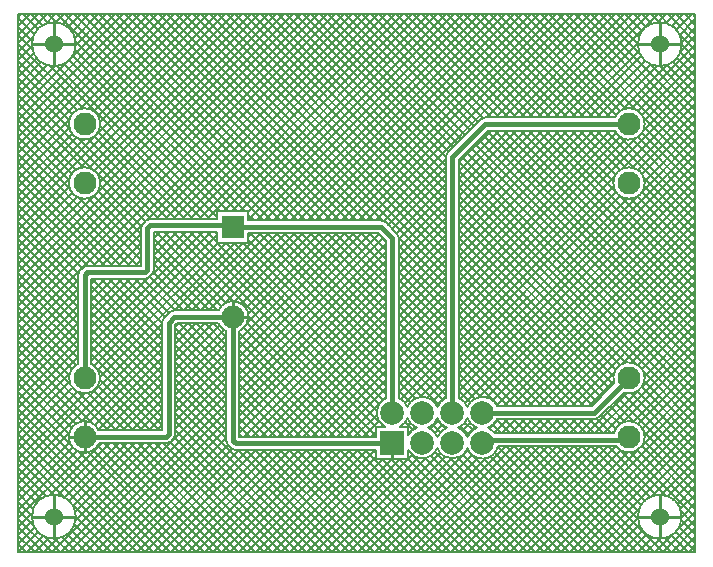
<source format=gbr>
%TF.GenerationSoftware,Altium Limited,Altium Designer,21.8.1 (53)*%
G04 Layer_Physical_Order=2*
G04 Layer_Color=16711680*
%FSLAX43Y43*%
%MOMM*%
%TF.SameCoordinates,7B22A04A-8AF3-4E57-AB0C-0AC604AFDBEB*%
%TF.FilePolarity,Positive*%
%TF.FileFunction,Copper,L2,Bot,Signal*%
%TF.Part,Single*%
G01*
G75*
%TA.AperFunction,NonConductor*%
%ADD10C,0.203*%
%ADD11C,0.254*%
%TA.AperFunction,Conductor*%
%ADD12C,0.400*%
%TA.AperFunction,ComponentPad*%
%ADD13C,2.000*%
%ADD14R,2.000X2.000*%
%ADD15R,1.950X1.950*%
%ADD16C,1.950*%
%TA.AperFunction,ViaPad*%
%ADD17C,1.524*%
D10*
X56656Y43500D02*
G03*
X56656Y43500I-1856J0D01*
G01*
D02*
G03*
X56656Y43500I-1856J0D01*
G01*
X53531Y36750D02*
G03*
X50991Y37306I-1331J0D01*
G01*
Y36194D02*
G03*
X53531Y36750I1209J556D01*
G01*
Y31750D02*
G03*
X53531Y31750I-1331J0D01*
G01*
Y15250D02*
G03*
X50952Y14788I-1331J0D01*
G01*
X51738Y14002D02*
G03*
X53531Y15250I462J1248D01*
G01*
X40036Y37306D02*
G03*
X39643Y37143I0J-556D01*
G01*
X40036Y37306D02*
G03*
X39643Y37143I0J-556D01*
G01*
X36859Y34359D02*
G03*
X36696Y33966I393J-393D01*
G01*
X36859Y34359D02*
G03*
X36696Y33966I393J-393D01*
G01*
X32728Y27054D02*
G03*
X32565Y27447I-556J0D01*
G01*
X32728Y27054D02*
G03*
X32565Y27447I-556J0D01*
G01*
X31589Y28423D02*
G03*
X31196Y28586I-393J-393D01*
G01*
X31589Y28423D02*
G03*
X31196Y28586I-393J-393D01*
G01*
X49260Y11754D02*
G03*
X49653Y11917I0J556D01*
G01*
X49260Y11754D02*
G03*
X49653Y11917I0J556D01*
G01*
X53531Y10250D02*
G03*
X50907Y10566I-1331J0D01*
G01*
X51133Y9454D02*
G03*
X53531Y10250I1067J796D01*
G01*
X56656Y3500D02*
G03*
X56656Y3500I-1856J0D01*
G01*
D02*
G03*
X56656Y3500I-1856J0D01*
G01*
X41029Y12866D02*
G03*
X38522Y12784I-1237J-556D01*
G01*
Y11836D02*
G03*
X39318Y11040I1270J474D01*
G01*
X38522Y12784D02*
G03*
X37808Y13547I-1270J-474D01*
G01*
X40266Y11040D02*
G03*
X41029Y11754I-474J1270D01*
G01*
X36696Y13547D02*
G03*
X35982Y12784I556J-1237D01*
G01*
X35186Y11040D02*
G03*
X35982Y11836I-474J1270D01*
G01*
Y12784D02*
G03*
X33442Y12784I-1270J-474D01*
G01*
X31616Y13547D02*
G03*
X31513Y11126I556J-1237D01*
G01*
X33442Y11836D02*
G03*
X34238Y11040I1270J474D01*
G01*
X33442Y12784D02*
G03*
X32728Y13547I-1270J-474D01*
G01*
X32831Y11126D02*
G03*
X33442Y11836I-659J1184D01*
G01*
X35982D02*
G03*
X36778Y11040I1270J474D01*
G01*
X37726D02*
G03*
X38522Y11836I-474J1270D01*
G01*
X39318Y11040D02*
G03*
X38522Y10244I474J-1270D01*
G01*
X36778Y11040D02*
G03*
X35982Y10244I474J-1270D01*
G01*
X38522D02*
G03*
X37726Y11040I-1270J-474D01*
G01*
X40890Y10566D02*
G03*
X40266Y11040I-1098J-796D01*
G01*
X38522Y9296D02*
G03*
X41110Y9454I1270J474D01*
G01*
X35982Y9296D02*
G03*
X38522Y9296I1270J474D01*
G01*
X34238Y11040D02*
G03*
X33528Y10429I474J-1270D01*
G01*
X35982Y10244D02*
G03*
X35186Y11040I-1270J-474D01*
G01*
X33528Y9111D02*
G03*
X35982Y9296I1184J659D01*
G01*
X19981Y20410D02*
G03*
X17441Y20966I-1331J0D01*
G01*
Y19854D02*
G03*
X18094Y19201I1209J556D01*
G01*
X19206D02*
G03*
X19981Y20410I-556J1209D01*
G01*
X5356Y43500D02*
G03*
X5356Y43500I-1856J0D01*
G01*
X7431Y36750D02*
G03*
X7431Y36750I-1331J0D01*
G01*
Y31750D02*
G03*
X7431Y31750I-1331J0D01*
G01*
X5356Y43500D02*
G03*
X5356Y43500I-1856J0D01*
G01*
X11664Y28716D02*
G03*
X11271Y28553I0J-556D01*
G01*
X11664Y28716D02*
G03*
X11271Y28553I0J-556D01*
G01*
X11037Y28319D02*
G03*
X10874Y27926I393J-393D01*
G01*
X11037Y28319D02*
G03*
X10874Y27926I393J-393D01*
G01*
X13694Y20966D02*
G03*
X13301Y20803I0J-556D01*
G01*
X13694Y20966D02*
G03*
X13301Y20803I0J-556D01*
G01*
X12827Y20329D02*
G03*
X12664Y19936I393J-393D01*
G01*
X12827Y20329D02*
G03*
X12664Y19936I393J-393D01*
G01*
X11823Y24031D02*
G03*
X11986Y24424I-393J393D01*
G01*
X11823Y24031D02*
G03*
X11986Y24424I-393J393D01*
G01*
X11196Y23634D02*
G03*
X11589Y23797I0J556D01*
G01*
X11196Y23634D02*
G03*
X11589Y23797I0J556D01*
G01*
X6334Y24746D02*
G03*
X5941Y24583I0J-556D01*
G01*
X6334Y24746D02*
G03*
X5941Y24583I0J-556D01*
G01*
X5707Y24349D02*
G03*
X5544Y23956I393J-393D01*
G01*
X5707Y24349D02*
G03*
X5544Y23956I393J-393D01*
G01*
X18094Y9934D02*
G03*
X18257Y9541I556J0D01*
G01*
X18491Y9307D02*
G03*
X18884Y9144I393J393D01*
G01*
X18491Y9307D02*
G03*
X18884Y9144I393J393D01*
G01*
X18094Y9934D02*
G03*
X18257Y9541I556J0D01*
G01*
X7431Y15250D02*
G03*
X6656Y16459I-1331J0D01*
G01*
X5544D02*
G03*
X7431Y15250I556J-1209D01*
G01*
X13613Y10091D02*
G03*
X13776Y10484I-393J393D01*
G01*
X13613Y10091D02*
G03*
X13776Y10484I-393J393D01*
G01*
X12986Y9694D02*
G03*
X13379Y9857I0J556D01*
G01*
X12986Y9694D02*
G03*
X13379Y9857I0J556D01*
G01*
X7309Y10806D02*
G03*
X7309Y9694I-1209J-556D01*
G01*
X5356Y3500D02*
G03*
X5356Y3500I-1856J0D01*
G01*
D02*
G03*
X5356Y3500I-1856J0D01*
G01*
X56925Y46017D02*
X57817Y45125D01*
X57643Y46017D02*
X57817Y45843D01*
X56206Y46017D02*
X57817Y44406D01*
X55824Y45048D02*
X56794Y46017D01*
X56206Y44711D02*
X57512Y46017D01*
X56487Y44274D02*
X57817Y45604D01*
X56643Y43712D02*
X57817Y44886D01*
X55488Y46017D02*
X57817Y43688D01*
X54051Y46017D02*
X54715Y45354D01*
X54692Y45352D02*
X55357Y46017D01*
X53333D02*
X54122Y45227D01*
X52614Y46017D02*
X53664Y44967D01*
X55335Y45277D02*
X56075Y46017D01*
X54769D02*
X55624Y45162D01*
X55437Y41757D02*
X57817Y39377D01*
X55904Y42009D02*
X57817Y40096D01*
X53854Y41903D02*
X57817Y37940D01*
X52942Y37855D02*
X57817Y42731D01*
X53302Y37496D02*
X57817Y42012D01*
X54832Y41645D02*
X57817Y38659D01*
X53510Y36986D02*
X57817Y41294D01*
X53383Y36141D02*
X57817Y40575D01*
X52959Y32843D02*
X57817Y37702D01*
X56462Y44324D02*
X57817Y42969D01*
X56559Y42909D02*
X57817Y44167D01*
X56654Y43415D02*
X57817Y42251D01*
X56527Y42822D02*
X57817Y41533D01*
X56267Y42364D02*
X57817Y40814D01*
X51896Y46017D02*
X53309Y44604D01*
X51177Y46017D02*
X53057Y44137D01*
X49740Y46017D02*
X53203Y42554D01*
X44490Y37306D02*
X53202Y46017D01*
X45208Y37306D02*
X53920Y46017D01*
X52429Y38061D02*
X57817Y43449D01*
X51574Y37924D02*
X55391Y41741D01*
X45927Y37306D02*
X54638Y46017D01*
X46645Y37306D02*
X52948Y43608D01*
X43275Y46017D02*
X51446Y37846D01*
X43053Y37306D02*
X51765Y46017D01*
X42556D02*
X51090Y37484D01*
X42335Y37306D02*
X51046Y46017D01*
X50459D02*
X52945Y43532D01*
X44711Y46017D02*
X52783Y37946D01*
X43993Y46017D02*
X51953Y38057D01*
X43771Y37306D02*
X52483Y46017D01*
X48304D02*
X57817Y36504D01*
X47585Y46017D02*
X57817Y35785D01*
X46867Y46017D02*
X57817Y35067D01*
X46148Y46017D02*
X57817Y34348D01*
X52454Y33056D02*
X57817Y38420D01*
X51632Y32953D02*
X57817Y39138D01*
X45430Y46017D02*
X57817Y33630D01*
X37808Y19847D02*
X57817Y39857D01*
X48800Y37306D02*
X53589Y42094D01*
X49022Y46017D02*
X57817Y37222D01*
X47363Y37306D02*
X53023Y42965D01*
X48082Y37306D02*
X53252Y42476D01*
X50956Y37306D02*
X51026Y37376D01*
X49519Y37306D02*
X54026Y41813D01*
X50237Y37306D02*
X54588Y41657D01*
X53507Y36503D02*
X57817Y32193D01*
X53396Y37333D02*
X57817Y32911D01*
X53514Y31961D02*
X57817Y36265D01*
X53313Y32479D02*
X57817Y36983D01*
X53296Y35996D02*
X57817Y31475D01*
X53348Y31076D02*
X57817Y35546D01*
X52934Y35640D02*
X57817Y30756D01*
X52418Y35437D02*
X57817Y30038D01*
X51545Y35592D02*
X57817Y29319D01*
X50942Y36194D02*
X51042Y36095D01*
X47350Y36194D02*
X51079Y32466D01*
X45913Y36194D02*
X51087Y31021D01*
X49506Y36194D02*
X52729Y32971D01*
X48787Y36194D02*
X51929Y33053D01*
X48069Y36194D02*
X51429Y32834D01*
X52473Y16552D02*
X57817Y21896D01*
X51676Y16473D02*
X57817Y22615D01*
X51471Y30637D02*
X57817Y24290D01*
X45195Y36194D02*
X57817Y23572D01*
X53322Y15965D02*
X57817Y20459D01*
X53517Y15441D02*
X57817Y19741D01*
X52973Y16333D02*
X57817Y21178D01*
X53308Y14513D02*
X57817Y19023D01*
X53421Y32279D02*
X57817Y27883D01*
X53503Y31479D02*
X57817Y27164D01*
X50224Y36194D02*
X57817Y28601D01*
X53284Y30979D02*
X57817Y26446D01*
X52916Y30629D02*
X57817Y25727D01*
X52393Y30433D02*
X57817Y25009D01*
X43758Y36194D02*
X57817Y22135D01*
X44477Y36194D02*
X57817Y22854D01*
X43040Y36194D02*
X57817Y21417D01*
X42321Y36194D02*
X57817Y20698D01*
X41603Y36194D02*
X57817Y19980D01*
X40884Y36194D02*
X57817Y19261D01*
X40216Y36144D02*
X57817Y18543D01*
X39857Y35785D02*
X57817Y17825D01*
X39498Y35426D02*
X57817Y17106D01*
X40036Y37306D02*
X50991D01*
X40266Y36194D02*
X50991D01*
X37808Y22721D02*
X51095Y36008D01*
X37808Y22002D02*
X51454Y35648D01*
X37808Y19129D02*
X50997Y32318D01*
X37808Y17692D02*
X51107Y30991D01*
X37808Y21284D02*
X51964Y35440D01*
X37808Y20565D02*
X52809Y35567D01*
X38779Y34708D02*
X57817Y15669D01*
X38420Y34348D02*
X57817Y14951D01*
X37808Y14818D02*
X57817Y34828D01*
X37808Y14100D02*
X57817Y34110D01*
X39496Y13633D02*
X57817Y31954D01*
X40188Y13606D02*
X57817Y31236D01*
X38061Y33989D02*
X57817Y14233D01*
X37808Y33524D02*
X57817Y13514D01*
X37808Y16973D02*
X51471Y30637D01*
X39138Y35067D02*
X57817Y16388D01*
X37808Y30650D02*
X51909Y16548D01*
X37808Y31369D02*
X52689Y16488D01*
X37808Y29932D02*
X51415Y16324D01*
X37808Y29213D02*
X51069Y15952D01*
X37808Y16255D02*
X51989Y30436D01*
X37808Y15537D02*
X52873Y30602D01*
X40179Y37306D02*
X48891Y46017D01*
X39683D02*
X48394Y37306D01*
X40401Y46017D02*
X49113Y37306D01*
X38246Y46017D02*
X46957Y37306D01*
X38964Y46017D02*
X47676Y37306D01*
X41616D02*
X50328Y46017D01*
X41838D02*
X50550Y37306D01*
X40898D02*
X49610Y46017D01*
X41119D02*
X49831Y37306D01*
X36809Y46017D02*
X45521Y37306D01*
X37527Y46017D02*
X46239Y37306D01*
X37808Y33736D02*
X40266Y36194D01*
X37808Y33497D02*
X40505Y36194D01*
X36859Y34359D02*
X39643Y37143D01*
X37808Y26313D02*
X47689Y36194D01*
X37808Y27031D02*
X46971Y36194D01*
X37808Y25594D02*
X48408Y36194D01*
X37808Y28468D02*
X45534Y36194D01*
X37808Y27750D02*
X46252Y36194D01*
X46632D02*
X50883Y31943D01*
X37808Y23439D02*
X50563Y36194D01*
X37808Y24876D02*
X49126Y36194D01*
X37808Y24158D02*
X49844Y36194D01*
X37808Y31342D02*
X42660Y36194D01*
X37808Y30623D02*
X43379Y36194D01*
X37808Y32779D02*
X41223Y36194D01*
X37808Y32060D02*
X41942Y36194D01*
X37808Y29187D02*
X44815Y36194D01*
X37808Y13547D02*
Y33736D01*
Y29905D02*
X44097Y36194D01*
X36696Y13547D02*
Y33966D01*
X32498Y46017D02*
X41210Y37306D01*
X31780Y46017D02*
X40492Y37306D01*
X33217Y46017D02*
X41929Y37306D01*
X31061Y46017D02*
X39818Y37261D01*
X30343Y46017D02*
X39430Y36930D01*
X35372Y46017D02*
X44084Y37306D01*
X36090Y46017D02*
X44802Y37306D01*
X33935Y46017D02*
X42647Y37306D01*
X34654Y46017D02*
X43365Y37306D01*
X27469Y46017D02*
X37994Y35493D01*
X26751Y46017D02*
X37634Y35134D01*
X26033Y46017D02*
X37275Y34775D01*
X25314Y46017D02*
X36916Y34416D01*
X29625Y46017D02*
X39071Y36571D01*
X28906Y46017D02*
X38712Y36212D01*
X28188Y46017D02*
X38353Y35852D01*
X27867Y28586D02*
X45299Y46017D01*
X28586Y28586D02*
X46017Y46017D01*
X26430Y28586D02*
X43862Y46017D01*
X27149Y28586D02*
X44581Y46017D01*
X30022Y28586D02*
X47454Y46017D01*
X30741Y28586D02*
X48173Y46017D01*
X28586Y28586D02*
X46017Y46017D01*
X29304Y28586D02*
X46736Y46017D01*
X24596D02*
X36696Y33917D01*
X24275Y28586D02*
X41707Y46017D01*
X23877D02*
X36696Y33198D01*
X23557Y28586D02*
X40988Y46017D01*
X31414Y28541D02*
X36696Y33823D01*
X31802Y28210D02*
X36696Y33104D01*
X24993Y28586D02*
X42425Y46017D01*
X25712Y28586D02*
X43144Y46017D01*
X37808Y18410D02*
X50894Y31496D01*
X32728Y22799D02*
X36696Y18830D01*
X32728Y18359D02*
X36696Y22328D01*
X32728Y23517D02*
X36696Y19548D01*
X32728Y19078D02*
X36696Y23046D01*
X32728Y21362D02*
X36696Y17393D01*
X32728Y16922D02*
X36696Y20891D01*
X32728Y22080D02*
X36696Y18111D01*
X32728Y17641D02*
X36696Y21610D01*
X32728Y25672D02*
X36696Y21704D01*
X32728Y21233D02*
X36696Y25202D01*
X32728Y26391D02*
X36696Y22422D01*
X32728Y21951D02*
X36696Y25920D01*
X32728Y24236D02*
X36696Y20267D01*
X32728Y19796D02*
X36696Y23765D01*
X32728Y24954D02*
X36696Y20985D01*
X32728Y20514D02*
X36696Y24483D01*
X37808Y27058D02*
X50515Y14351D01*
X37808Y26340D02*
X50156Y13992D01*
X37808Y28495D02*
X50881Y15422D01*
X37808Y27777D02*
X50874Y14710D01*
X37808Y15563D02*
X39708Y13663D01*
X37808Y14845D02*
X39149Y13503D01*
X37808Y25621D02*
X49797Y13632D01*
X35147Y13594D02*
X36696Y15144D01*
X32728Y19925D02*
X36696Y15956D01*
X32728Y15485D02*
X36696Y19454D01*
X32728Y20643D02*
X36696Y16675D01*
X32728Y16204D02*
X36696Y20173D01*
X32728Y18488D02*
X36696Y14519D01*
X34480Y13646D02*
X36696Y15862D01*
X32728Y19207D02*
X36696Y15238D01*
X32728Y14767D02*
X36696Y18736D01*
X32728Y26262D02*
X36696Y30231D01*
X32728Y26980D02*
X36696Y30949D01*
X32728Y25543D02*
X36696Y29512D01*
X32161Y27850D02*
X36696Y32386D01*
X32520Y27491D02*
X36696Y31667D01*
X32728Y24825D02*
X36696Y28794D01*
X32728Y24107D02*
X36696Y28075D01*
X31589Y28423D02*
X32565Y27447D01*
X30966Y27474D02*
X31616Y26824D01*
X30926Y27474D02*
X31616Y26784D01*
X30207Y27474D02*
X31616Y26065D01*
X29489Y27474D02*
X31616Y25347D01*
X28770Y27474D02*
X31616Y24628D01*
X32728Y22670D02*
X36696Y26639D01*
X32728Y13547D02*
Y27054D01*
Y23388D02*
X36696Y27357D01*
X32724Y27112D02*
X36696Y23140D01*
X32728Y15614D02*
X34677Y13665D01*
X32728Y14896D02*
X34103Y13521D01*
X32728Y14049D02*
X36696Y18017D01*
X32728Y17770D02*
X36696Y13801D01*
X28052Y27474D02*
X31616Y23910D01*
X27333Y27474D02*
X31616Y23191D01*
X26615Y27474D02*
X31616Y22473D01*
X25897Y27474D02*
X31616Y21755D01*
X25178Y27474D02*
X31616Y21036D01*
Y13547D02*
Y26824D01*
X24460Y27474D02*
X31616Y20318D01*
X23741Y27474D02*
X31616Y19599D01*
X52989Y11321D02*
X57817Y16149D01*
X53438Y15739D02*
X57817Y11359D01*
X53334Y10947D02*
X57817Y15431D01*
X52497Y11547D02*
X57817Y16867D01*
X51724Y11493D02*
X57817Y17586D01*
X50942Y13206D02*
X52642Y11505D01*
X53498Y14959D02*
X57817Y10640D01*
X49653Y11917D02*
X51738Y14002D01*
X50582Y12847D02*
X51886Y11543D01*
X50223Y12487D02*
X51398Y11312D01*
X49864Y12128D02*
X51058Y10934D01*
X48787Y12866D02*
X50898Y14977D01*
X49030Y12866D02*
X50952Y14788D01*
X50797Y10566D02*
X50957Y10726D01*
X48082Y11754D02*
X49271Y10566D01*
X53224Y9400D02*
X57817Y13994D01*
X53274Y14465D02*
X57817Y9922D01*
Y483D02*
Y46017D01*
X52902Y14119D02*
X57817Y9204D01*
X52372Y13931D02*
X57817Y8485D01*
X53455Y10692D02*
X57817Y6330D01*
X53493Y9936D02*
X57817Y5611D01*
X51660Y13924D02*
X57817Y7767D01*
X51301Y13565D02*
X57817Y7048D01*
X50079Y10566D02*
X57817Y18304D01*
X53520Y10415D02*
X57817Y14712D01*
X48642Y10566D02*
X52009Y13933D01*
X49360Y10566D02*
X52937Y14142D01*
X48801Y11754D02*
X49990Y10566D01*
X49476Y11798D02*
X50708Y10566D01*
X42321Y12866D02*
X57817Y28362D01*
X41602Y12866D02*
X57817Y29081D01*
X43039Y12866D02*
X57817Y27644D01*
X38307Y13162D02*
X57817Y32673D01*
X40980Y12962D02*
X57817Y29799D01*
X46631Y12866D02*
X57817Y24052D01*
X47350Y12866D02*
X57817Y23333D01*
X43758Y12866D02*
X57817Y26925D01*
X45913Y12866D02*
X57817Y24770D01*
X37917Y13491D02*
X57817Y33391D01*
X40655Y13355D02*
X57817Y30517D01*
X37808Y24903D02*
X49437Y13273D01*
X37808Y24184D02*
X49078Y12914D01*
X41029Y12866D02*
X49030D01*
X48068D02*
X50977Y15774D01*
X37808Y23466D02*
X48408Y12866D01*
X37808Y22748D02*
X47690Y12866D01*
X45195D02*
X57817Y25488D01*
X45025Y483D02*
X57817Y13275D01*
X37808Y32805D02*
X57817Y12796D01*
X37808Y32087D02*
X57817Y12077D01*
X47180Y483D02*
X57817Y11120D01*
X47898Y483D02*
X57817Y10402D01*
X45743Y483D02*
X57817Y12557D01*
X46462Y483D02*
X57817Y11838D01*
X46646Y11754D02*
X47834Y10566D01*
X47205D02*
X48394Y11754D01*
X44476Y12866D02*
X57817Y26207D01*
X46487Y10566D02*
X47675Y11754D01*
X47364D02*
X48553Y10566D01*
X47924D02*
X49112Y11754D01*
X41029D02*
X49260D01*
X40890Y10566D02*
X50907D01*
X56308Y4582D02*
X57817Y6091D01*
X53262Y9448D02*
X57817Y4893D01*
X56553Y4108D02*
X57817Y5373D01*
X52884Y9108D02*
X57817Y4175D01*
X52346Y8927D02*
X57817Y3456D01*
X56656Y3492D02*
X57817Y4654D01*
X56632Y3205D02*
X57817Y2019D01*
X56599Y3957D02*
X57817Y2738D01*
X56326Y2445D02*
X57817Y3936D01*
X55506Y5216D02*
X57817Y7528D01*
X55958Y4950D02*
X57817Y6809D01*
X54923Y5352D02*
X57817Y8246D01*
X54050Y5197D02*
X57817Y8965D01*
X56456Y2662D02*
X57817Y1301D01*
X55801Y483D02*
X57817Y2499D01*
X55083Y483D02*
X57817Y3217D01*
X56519Y483D02*
X57817Y1781D01*
X57238Y483D02*
X57817Y1062D01*
X56161Y2239D02*
X57817Y583D01*
X55766Y1916D02*
X57199Y483D01*
X54364D02*
X55855Y1974D01*
X51491Y483D02*
X53350Y2342D01*
X52209Y483D02*
X53718Y1992D01*
X54588Y1657D02*
X55762Y483D01*
X55261Y1702D02*
X56481Y483D01*
X52927D02*
X54192Y1747D01*
X53646Y483D02*
X54808Y1644D01*
X48946Y9454D02*
X53539Y4861D01*
X48227Y9454D02*
X53216Y4466D01*
X47509Y9454D02*
X53002Y3961D01*
X46790Y9454D02*
X52957Y3288D01*
X43198Y9454D02*
X52170Y483D01*
X50382Y9454D02*
X54505Y5332D01*
X51101Y9454D02*
X55257Y5299D01*
X49664Y9454D02*
X53962Y5156D01*
X42869Y483D02*
X51503Y9116D01*
X41761Y9454D02*
X50733Y483D01*
X42151D02*
X51123Y9454D01*
X41110D02*
X51133D01*
X41433Y483D02*
X50404Y9454D01*
X41096Y9401D02*
X50015Y483D01*
X42480Y9454D02*
X51452Y483D01*
X38463Y9161D02*
X47141Y483D01*
X40853Y8926D02*
X49296Y483D01*
X46072Y9454D02*
X55044Y483D01*
X48617D02*
X57817Y9683D01*
X44635Y9454D02*
X53607Y483D01*
X45353Y9454D02*
X54325Y483D01*
X50054D02*
X52948Y3377D01*
X50772Y483D02*
X53084Y2794D01*
X44306Y483D02*
X53050Y9226D01*
X49335Y483D02*
X53103Y4250D01*
X39996Y483D02*
X48968Y9454D01*
X40714Y483D02*
X49686Y9454D01*
X38559Y483D02*
X47531Y9454D01*
X39277Y483D02*
X48249Y9454D01*
X43588Y483D02*
X52035Y8930D01*
X43917Y9454D02*
X52888Y483D01*
X39921Y8421D02*
X47859Y483D01*
X40466Y8594D02*
X48578Y483D01*
X37808Y19874D02*
X44816Y12866D01*
X37808Y19156D02*
X44098Y12866D01*
X37808Y18437D02*
X43379Y12866D01*
X37808Y22029D02*
X46971Y12866D01*
X37808Y21311D02*
X46253Y12866D01*
X37808Y16282D02*
X41224Y12866D01*
X40823Y10650D02*
X41928Y11754D01*
X37808Y17719D02*
X42661Y12866D01*
X37808Y17000D02*
X41942Y12866D01*
X37808Y14127D02*
X38753Y13181D01*
X40424Y10969D02*
X41210Y11754D01*
X38313Y11466D02*
X38948Y10831D01*
X38115Y10815D02*
X38747Y11447D01*
X44331Y10566D02*
X45520Y11754D01*
X44490D02*
X45679Y10566D01*
X43613D02*
X44802Y11754D01*
X43772D02*
X44961Y10566D01*
X45768D02*
X46957Y11754D01*
X45927D02*
X47116Y10566D01*
X45050D02*
X46239Y11754D01*
X45209D02*
X46398Y10566D01*
X42176D02*
X43365Y11754D01*
X42335D02*
X43524Y10566D01*
X41458D02*
X42647Y11754D01*
X41617D02*
X42805Y10566D01*
X42895D02*
X44083Y11754D01*
X43053D02*
X44242Y10566D01*
X40663Y11271D02*
X41369Y10566D01*
X40985Y11667D02*
X42087Y10566D01*
X33249Y13133D02*
X36696Y16581D01*
X32870Y13472D02*
X36696Y17299D01*
X37808Y20592D02*
X45534Y12866D01*
X32728Y17051D02*
X36408Y13371D01*
X32728Y16333D02*
X36076Y12984D01*
X35918Y12929D02*
X36696Y13707D01*
X35603Y13332D02*
X36696Y14425D01*
X32728Y14178D02*
X33697Y13208D01*
X31343Y13383D02*
X31616Y13656D01*
X33397Y11126D02*
X33690Y11419D01*
X35923Y11701D02*
X36643Y10981D01*
X23906Y10256D02*
X31616Y17966D01*
X35610Y11295D02*
X36237Y10668D01*
X35767Y10622D02*
X36400Y11255D01*
X35377Y10951D02*
X36071Y11645D01*
X33255Y11495D02*
X33897Y10853D01*
X26061Y10256D02*
X31616Y15811D01*
X26779Y10256D02*
X31616Y15093D01*
X24624Y10256D02*
X31616Y17248D01*
X25342Y10256D02*
X31616Y16530D01*
X28935Y10256D02*
X30826Y12147D01*
X29653Y10256D02*
X31010Y11612D01*
X27498Y10256D02*
X31616Y14374D01*
X28216Y10256D02*
X31099Y13139D01*
X38440Y10422D02*
X39140Y11122D01*
X37926Y11134D02*
X38616Y10444D01*
X32743Y8414D02*
X40675Y483D01*
X33528Y10538D02*
X34093Y11104D01*
X32831Y11126D02*
X33528D01*
Y10429D02*
Y11126D01*
Y9067D02*
X33600Y8995D01*
X33528Y8414D02*
Y9111D01*
X37122Y483D02*
X46094Y9454D01*
X37840Y483D02*
X46812Y9454D01*
X35685Y483D02*
X44657Y9454D01*
X36404Y483D02*
X45375Y9454D01*
X37697Y8490D02*
X45704Y483D01*
X38150Y8755D02*
X46423Y483D01*
X35795Y8955D02*
X44267Y483D01*
X37037Y8432D02*
X44986Y483D01*
X34248D02*
X43220Y9454D01*
X34967Y483D02*
X43939Y9454D01*
X32812Y483D02*
X41783Y9454D01*
X33530Y483D02*
X42502Y9454D01*
X34887Y8426D02*
X42831Y483D01*
X35418Y8613D02*
X43549Y483D01*
X33462Y8414D02*
X41394Y483D01*
X33937Y8658D02*
X42112Y483D01*
X28421Y9144D02*
X37083Y483D01*
X29140Y9144D02*
X37802Y483D01*
X26985Y9144D02*
X35646Y483D01*
X27703Y9144D02*
X36365Y483D01*
X30816Y8414D02*
X33528D01*
X28501Y483D02*
X36600Y8582D01*
X27064Y483D02*
X35035Y8453D01*
X27783Y483D02*
X36207Y8907D01*
X31241Y11126D02*
X31349Y11233D01*
X31397Y11198D02*
X31469Y11126D01*
X30816D02*
X31513D01*
X30816Y10256D02*
Y11126D01*
X30577Y9144D02*
X30816Y8905D01*
Y8414D02*
Y9144D01*
X30371Y10256D02*
X30816Y10701D01*
X23472Y483D02*
X31404Y8414D01*
X30656Y483D02*
X38912Y8739D01*
X31375Y483D02*
X39373Y8481D01*
X29858Y9144D02*
X38520Y483D01*
X29938D02*
X38593Y9138D01*
X32025Y8414D02*
X39957Y483D01*
X32093D02*
X40050Y8439D01*
X29219Y483D02*
X37155Y8418D01*
X31307Y8414D02*
X39238Y483D01*
X25548Y9144D02*
X34209Y483D01*
X26266Y9144D02*
X34928Y483D01*
X24111Y9144D02*
X32773Y483D01*
X24829Y9144D02*
X33491Y483D01*
X25627D02*
X33860Y8715D01*
X26346Y483D02*
X34332Y8469D01*
X24191Y483D02*
X32122Y8414D01*
X24909Y483D02*
X32841Y8414D01*
X22440Y46017D02*
X36696Y31761D01*
X23159Y46017D02*
X36696Y32480D01*
X19981Y29320D02*
X36678Y46017D01*
X18584Y29361D02*
X35241Y46017D01*
X19303Y29361D02*
X35959Y46017D01*
X21722D02*
X36696Y31043D01*
X21004Y46017D02*
X36696Y30325D01*
X20285Y46017D02*
X36696Y29606D01*
X19567Y46017D02*
X36696Y28888D01*
X13629Y28716D02*
X30931Y46017D01*
X14347Y28716D02*
X31649Y46017D01*
X12192Y28716D02*
X29494Y46017D01*
X12910Y28716D02*
X30212Y46017D01*
X17866Y29361D02*
X34523Y46017D01*
X16502Y28716D02*
X33804Y46017D01*
X15066Y28716D02*
X32367Y46017D01*
X15784Y28716D02*
X33086Y46017D01*
X19981Y28602D02*
X37396Y46017D01*
X16693D02*
X36696Y26014D01*
X15975Y46017D02*
X36696Y25296D01*
X15256Y46017D02*
X36696Y24577D01*
X14538Y46017D02*
X36696Y23859D01*
X22120Y28586D02*
X39552Y46017D01*
X22838Y28586D02*
X40270Y46017D01*
X20683Y28586D02*
X38115Y46017D01*
X21401Y28586D02*
X38833Y46017D01*
X12383D02*
X29814Y28586D01*
X13101Y46017D02*
X30533Y28586D01*
X11414Y28656D02*
X28775Y46017D01*
X11664D02*
X29096Y28586D01*
X18848Y46017D02*
X36696Y28169D01*
X18130Y46017D02*
X36696Y27451D01*
X13819Y46017D02*
X31254Y28583D01*
X17411Y46017D02*
X36696Y26732D01*
X7259Y32404D02*
X20873Y46017D01*
X6928Y32791D02*
X20154Y46017D01*
X7427Y31853D02*
X21591Y46017D01*
X3762D02*
X21193Y28586D01*
X4480Y46017D02*
X21912Y28586D01*
X5917Y46017D02*
X23349Y28586D01*
X10946Y46017D02*
X28378Y28586D01*
X483Y46017D02*
X57817D01*
X5198D02*
X22630Y28586D01*
X7248Y37422D02*
X15844Y46017D01*
X7424Y36880D02*
X16562Y46017D01*
X6429Y38039D02*
X14407Y46017D01*
X6912Y37804D02*
X15125Y46017D01*
X6452Y33033D02*
X19436Y46017D01*
X5727Y33027D02*
X18717Y46017D01*
X5343Y43718D02*
X19700Y29361D01*
X483Y29219D02*
X17281Y46017D01*
X8072D02*
X25504Y28586D01*
X8790Y46017D02*
X26222Y28586D01*
X483Y20598D02*
X25902Y46017D01*
X483Y19880D02*
X26620Y46017D01*
X9509D02*
X26941Y28586D01*
X10227Y46017D02*
X27659Y28586D01*
X6785Y24746D02*
X28057Y46017D01*
X483Y19162D02*
X27338Y46017D01*
X483Y23472D02*
X23028Y46017D01*
X483Y22754D02*
X23746Y46017D01*
X483Y28501D02*
X17999Y46017D01*
X483Y24191D02*
X22309Y46017D01*
X6635D02*
X24067Y28586D01*
X7354Y46017D02*
X24785Y28586D01*
X483Y22035D02*
X24465Y46017D01*
X483Y21317D02*
X25183Y46017D01*
X19981Y28586D02*
X31196D01*
X19981Y27165D02*
X20290Y27474D01*
X19981Y26699D02*
Y27474D01*
Y29080D02*
X20475Y28586D01*
X17949Y21541D02*
X23882Y27474D01*
X19981D02*
X30966D01*
X19738Y21175D02*
X26038Y27474D01*
X18852Y21725D02*
X24601Y27474D01*
X19372Y21528D02*
X25319Y27474D01*
X17319Y29361D02*
X19981D01*
Y28586D02*
Y29361D01*
X17221Y28716D02*
X17319Y28814D01*
Y28716D02*
Y29361D01*
Y26699D02*
Y27604D01*
Y26699D02*
X19981D01*
X17146Y27604D02*
X17319Y27431D01*
X16427Y27604D02*
X17319Y26712D01*
X19954Y20673D02*
X26756Y27474D01*
X19863Y19863D02*
X27474Y27474D01*
X16655Y20966D02*
X23164Y27474D01*
X19863Y19863D02*
X27474Y27474D01*
X23023D02*
X31616Y18881D01*
X22305Y27474D02*
X31616Y18163D01*
X19206Y18487D02*
X28193Y27474D01*
X19206Y17769D02*
X28911Y27474D01*
X17373Y20966D02*
X17519Y21111D01*
X16993Y19854D02*
X18094Y18753D01*
X16275Y19854D02*
X18094Y18035D01*
X5299Y43044D02*
X18981Y29361D01*
X5086Y42537D02*
X18263Y29361D01*
X11664Y28716D02*
X17319D01*
X4764Y42141D02*
X17545Y29361D01*
X4341Y41846D02*
X17319Y28867D01*
X12835Y27604D02*
X18700Y21740D01*
X12117Y27604D02*
X18100Y21621D01*
X11986Y27604D02*
X17319D01*
X11986Y27017D02*
X17681Y21322D01*
X7244Y36070D02*
X14598Y28716D01*
X7423Y36609D02*
X15316Y28716D01*
X3050Y41700D02*
X16034Y28716D01*
X3800Y41669D02*
X16753Y28716D01*
X11986Y25636D02*
X13954Y27604D01*
X11986Y24917D02*
X14673Y27604D01*
X6905Y35690D02*
X13879Y28716D01*
X11863Y24076D02*
X15391Y27604D01*
X15218Y20966D02*
X21727Y27474D01*
X15937Y20966D02*
X22445Y27474D01*
X13781Y20966D02*
X19515Y26699D01*
X14500Y20966D02*
X21009Y27474D01*
X13694Y20966D02*
X17441D01*
X13924Y19854D02*
X17441D01*
X11986Y26299D02*
X17319Y20966D01*
X11986Y25580D02*
X16600Y20966D01*
X11935Y24194D02*
X15163Y20966D01*
X11986Y24862D02*
X15882Y20966D01*
X11601Y23810D02*
X14445Y20966D01*
X6656Y18150D02*
X16110Y27604D01*
X13776Y18805D02*
X14825Y19854D01*
X13776Y18086D02*
X15544Y19854D01*
X13776Y19706D02*
X13924Y19854D01*
X13776Y19523D02*
X14107Y19854D01*
X4691Y44923D02*
X5786Y46017D01*
X4248Y45198D02*
X5067Y46017D01*
X5033Y44546D02*
X6504Y46017D01*
X3679Y45347D02*
X4349Y46017D01*
X3043D02*
X3718Y45343D01*
X5268Y44063D02*
X7223Y46017D01*
X5354Y43431D02*
X7941Y46017D01*
X2325D02*
X3043Y45299D01*
X2852Y45239D02*
X3631Y46017D01*
X1606D02*
X2537Y45086D01*
X888Y46017D02*
X2141Y44764D01*
X483Y42151D02*
X1653Y43321D01*
X5685Y38014D02*
X13688Y46017D01*
X5666Y35492D02*
X12442Y28716D01*
X483Y42831D02*
X5420Y37894D01*
X483Y39957D02*
X11724Y28716D01*
X6418Y35458D02*
X13161Y28716D01*
X7136Y32585D02*
X11220Y28501D01*
X483Y29938D02*
X5970Y35426D01*
X483Y42112D02*
X5040Y37555D01*
X483Y41433D02*
X1802Y42752D01*
X483Y40714D02*
X2077Y42309D01*
X483Y41394D02*
X4808Y37068D01*
X483Y40675D02*
X4842Y36316D01*
X483Y39996D02*
X2454Y41967D01*
X483Y39277D02*
X2937Y41732D01*
X483Y35685D02*
X10815Y46017D01*
X483Y36404D02*
X10096Y46017D01*
X483Y34967D02*
X11533Y46017D01*
X483Y37840D02*
X8660Y46017D01*
X483Y37122D02*
X9378Y46017D01*
X483Y38559D02*
X3569Y41646D01*
X483Y43549D02*
X5958Y38073D01*
X483Y34248D02*
X12252Y46017D01*
X483Y33530D02*
X12970Y46017D01*
X483Y44306D02*
X2194Y46017D01*
X483Y43588D02*
X2912Y46017D01*
X483Y45743D02*
X757Y46017D01*
X483Y45025D02*
X1475Y46017D01*
X483Y44267D02*
X1700Y43050D01*
X483Y42869D02*
X1761Y44148D01*
X483Y45704D02*
X1846Y44341D01*
X483Y44986D02*
X1669Y43800D01*
X483Y30656D02*
X5428Y35602D01*
X483Y34928D02*
X10665Y24746D01*
X483Y38520D02*
X5933Y33070D01*
X483Y39238D02*
X6935Y32786D01*
X483Y32773D02*
X8510Y24746D01*
X483Y32054D02*
X7791Y24746D01*
X483Y34209D02*
X9946Y24746D01*
X483Y33491D02*
X9228Y24746D01*
X483Y37083D02*
X5028Y32538D01*
X483Y32093D02*
X4811Y36421D01*
X483Y37802D02*
X5402Y32883D01*
X483Y32812D02*
X4836Y37165D01*
X483Y35646D02*
X4859Y31270D01*
X483Y27783D02*
X4823Y32123D01*
X483Y36365D02*
X4802Y32045D01*
X483Y31375D02*
X5046Y35938D01*
X11037Y28319D02*
X11271Y28553D01*
X11986Y27072D02*
X12518Y27604D01*
X11986Y26354D02*
X13236Y27604D01*
X7503Y24746D02*
X10934Y28176D01*
X11986Y24424D02*
Y27604D01*
X7420Y31583D02*
X10902Y28100D01*
X10874Y24746D02*
Y27926D01*
X7233Y31052D02*
X10874Y27410D01*
X6888Y30678D02*
X10874Y26691D01*
X9659Y24746D02*
X10874Y25961D01*
X10377Y24746D02*
X10874Y25243D01*
X8222Y24746D02*
X10874Y27398D01*
X8940Y24746D02*
X10874Y26680D01*
X11058Y23634D02*
X13726Y20966D01*
X10339Y23634D02*
X13236Y20738D01*
X9621Y23634D02*
X12877Y20378D01*
X12827Y20329D02*
X13301Y20803D01*
X11589Y23797D02*
X11823Y24031D01*
X8902Y23634D02*
X12664Y19872D01*
X8184Y23634D02*
X12664Y19154D01*
X7466Y23634D02*
X12664Y18436D01*
X5620Y30509D02*
X10874Y25255D01*
X6395Y30452D02*
X10874Y25973D01*
X483Y24909D02*
X5997Y30423D01*
X483Y31336D02*
X7073Y24746D01*
X483Y30617D02*
X6354Y24746D01*
X6334D02*
X10874D01*
X6656Y23634D02*
X11196D01*
X483Y25627D02*
X5446Y30591D01*
X483Y29899D02*
X5870Y24511D01*
X483Y27064D02*
X4817Y31398D01*
X483Y26346D02*
X5059Y30922D01*
X5707Y24349D02*
X5941Y24583D01*
X483Y29181D02*
X5563Y24100D01*
X6656Y22461D02*
X7829Y23634D01*
X6656Y21742D02*
X8548Y23634D01*
X6656Y23179D02*
X7111Y23634D01*
X6656Y18869D02*
X11544Y23757D01*
X6656Y20306D02*
X9984Y23634D01*
X6656Y19587D02*
X10703Y23634D01*
X6656Y21024D02*
X9266Y23634D01*
X483Y23433D02*
X5544Y18371D01*
X483Y27025D02*
X5544Y21963D01*
X483Y26307D02*
X5544Y21245D01*
X483Y28462D02*
X5544Y23400D01*
X483Y27744D02*
X5544Y22682D01*
X483Y24152D02*
X5544Y19090D01*
X483Y18443D02*
X5544Y23505D01*
X483Y25588D02*
X5544Y20527D01*
X483Y24870D02*
X5544Y19808D01*
X19206Y13458D02*
X31616Y25869D01*
X19487Y26699D02*
X31616Y14570D01*
X19206Y12740D02*
X31616Y25151D01*
X19206Y14177D02*
X31616Y26587D01*
X18769Y26699D02*
X31616Y13852D01*
X19206Y10585D02*
X31616Y22995D01*
X23187Y10256D02*
X31616Y18685D01*
X19206Y12021D02*
X31616Y24432D01*
X19206Y11303D02*
X31616Y23714D01*
X21586Y27474D02*
X31616Y17444D01*
X20868Y27474D02*
X31616Y16726D01*
X19206Y17050D02*
X29630Y27474D01*
X19206Y16332D02*
X30348Y27474D01*
X20149D02*
X31616Y16007D01*
X19981Y26925D02*
X31616Y15289D01*
X19206Y15613D02*
X31016Y27424D01*
X19206Y14895D02*
X31375Y27065D01*
X21032Y10256D02*
X31616Y20840D01*
X20313Y10256D02*
X31616Y21559D01*
X21750Y10256D02*
X31616Y20122D01*
X19595Y10256D02*
X31616Y22277D01*
X19980Y20460D02*
X30184Y10256D01*
X19861Y19860D02*
X29465Y10256D01*
X22469D02*
X31616Y19403D01*
X19206Y19079D02*
X28029Y10256D01*
X19562Y19441D02*
X28747Y10256D01*
X19206Y18360D02*
X27310Y10256D01*
X19206Y17642D02*
X26592Y10256D01*
X19206D02*
Y19201D01*
X18094Y9934D02*
Y19201D01*
X19206Y15486D02*
X24436Y10256D01*
X19206Y14768D02*
X23718Y10256D01*
X19206Y16923D02*
X25873Y10256D01*
X19206Y16205D02*
X25155Y10256D01*
X14838Y19854D02*
X18094Y16598D01*
X15556Y19854D02*
X18094Y17316D01*
X14119Y19854D02*
X18094Y15879D01*
X7428Y15331D02*
X18797Y26699D01*
X13776Y19480D02*
X18094Y15161D01*
X13776Y13776D02*
X18094Y18094D01*
X13776Y13776D02*
X18094Y18094D01*
X13776Y14494D02*
X18094Y18813D01*
X13776Y18761D02*
X18094Y14442D01*
X6941Y16281D02*
X17360Y26699D01*
X7267Y15888D02*
X18078Y26699D01*
X6656Y17432D02*
X16828Y27604D01*
X6656Y16713D02*
X17319Y27377D01*
X13776Y15931D02*
X17532Y19688D01*
X13776Y15212D02*
X17885Y19322D01*
X13776Y17368D02*
X16262Y19854D01*
X13776Y16649D02*
X16981Y19854D01*
X15709Y27604D02*
X30828Y12485D01*
X14990Y27604D02*
X31060Y11535D01*
X14272Y27604D02*
X30816Y11060D01*
X13553Y27604D02*
X30816Y10341D01*
X18051Y26699D02*
X31357Y13393D01*
X17332Y26699D02*
X31015Y13017D01*
X13776Y15169D02*
X18094Y10850D01*
X4075Y483D02*
X18094Y14502D01*
X13776Y17324D02*
X18094Y13006D01*
X13776Y12339D02*
X18094Y16658D01*
X13776Y18043D02*
X18094Y13724D01*
X13776Y13057D02*
X18094Y17376D01*
X13776Y15888D02*
X18094Y11569D01*
X13776Y10902D02*
X18094Y15221D01*
X13776Y16606D02*
X18094Y12287D01*
X13776Y11620D02*
X18094Y15939D01*
X19206Y13331D02*
X22281Y10256D01*
X19206Y12613D02*
X21563Y10256D01*
X19206D02*
X30816D01*
X19206Y14050D02*
X23000Y10256D01*
X14133Y483D02*
X22794Y9144D01*
X19082D02*
X27744Y483D01*
X19162D02*
X27823Y9144D01*
X18884D02*
X30816D01*
X18443Y483D02*
X27105Y9144D01*
X19206Y11176D02*
X20126Y10256D01*
X19206Y10458D02*
X19408Y10256D01*
X19206Y11894D02*
X20844Y10256D01*
X18257Y9541D02*
X18491Y9307D01*
X21317Y483D02*
X29979Y9144D01*
X21956D02*
X30617Y483D01*
X20598D02*
X29260Y9144D01*
X21237D02*
X29899Y483D01*
X22754D02*
X30816Y8545D01*
X23392Y9144D02*
X32054Y483D01*
X22035D02*
X30697Y9144D01*
X22674D02*
X31336Y483D01*
X16288D02*
X24950Y9144D01*
X17006Y483D02*
X25668Y9144D01*
X14851Y483D02*
X23513Y9144D01*
X15569Y483D02*
X24231Y9144D01*
X19880Y483D02*
X28542Y9144D01*
X20519D02*
X29181Y483D01*
X17725D02*
X26387Y9144D01*
X19800D02*
X28462Y483D01*
X8385D02*
X18094Y10192D01*
X7667Y483D02*
X18094Y10910D01*
X9192Y9694D02*
X18404Y483D01*
X6230D02*
X18094Y12347D01*
X6948Y483D02*
X18094Y11629D01*
X9911Y9694D02*
X19123Y483D01*
X10540D02*
X19202Y9144D01*
X9104Y483D02*
X18213Y9592D01*
X9822Y483D02*
X18577Y9237D01*
X13776Y14451D02*
X18094Y10132D01*
X7756Y9694D02*
X16967Y483D01*
X4793D02*
X18094Y13784D01*
X5512Y483D02*
X18094Y13065D01*
X7212Y9519D02*
X16249Y483D01*
X8474Y9694D02*
X17686Y483D01*
X6351Y8943D02*
X14812Y483D01*
X6857Y9156D02*
X15531Y483D01*
X13776Y12295D02*
X25588Y483D01*
X13776Y11577D02*
X24870Y483D01*
X13776Y13732D02*
X27025Y483D01*
X13776Y13014D02*
X26307Y483D01*
X13704Y10212D02*
X23433Y483D01*
X13776Y10859D02*
X24152Y483D01*
X483D02*
X57817D01*
X13359Y9838D02*
X22715Y483D01*
X12066Y9694D02*
X21278Y483D01*
X12785Y9694D02*
X21996Y483D01*
X10629Y9694D02*
X19841Y483D01*
X11348Y9694D02*
X20559Y483D01*
X12696D02*
X21358Y9144D01*
X13414Y483D02*
X22076Y9144D01*
X11259Y483D02*
X19921Y9144D01*
X11977Y483D02*
X20639Y9144D01*
X6656Y19415D02*
X12664Y13407D01*
X6656Y20134D02*
X12664Y14125D01*
X6656Y18697D02*
X12664Y12688D01*
X6656Y20852D02*
X12664Y14843D01*
X5799Y11546D02*
X12664Y18412D01*
X6957Y11268D02*
X12664Y16975D01*
X6656Y17260D02*
X12664Y11251D01*
X6656Y17979D02*
X12664Y11970D01*
X6492Y11521D02*
X12664Y17693D01*
X6747Y23634D02*
X12664Y17717D01*
X6656Y23008D02*
X12664Y16999D01*
X5544Y16459D02*
Y23956D01*
X6656Y16459D02*
Y23634D01*
Y16542D02*
X6845Y16353D01*
X6656Y22289D02*
X12664Y16280D01*
X6656Y21571D02*
X12664Y15562D01*
Y10806D02*
Y19936D01*
X13776Y10484D02*
Y19706D01*
X8650Y10806D02*
X12664Y14820D01*
X9369Y10806D02*
X12664Y14101D01*
X10806Y10806D02*
X12664Y12664D01*
X11524Y10806D02*
X12664Y11946D01*
X10087Y10806D02*
X12664Y13383D01*
X10806Y10806D02*
X12664Y12664D01*
X7417Y15062D02*
X11673Y10806D01*
X7932D02*
X12664Y15538D01*
X7278Y10870D02*
X12664Y16257D01*
X7203Y15995D02*
X12392Y10806D01*
X6874Y14168D02*
X10236Y10806D01*
X7223Y14537D02*
X10955Y10806D01*
X5580Y14025D02*
X8800Y10806D01*
X6375Y13948D02*
X9518Y10806D01*
X483Y14133D02*
X5544Y19194D01*
X483Y14851D02*
X5544Y19913D01*
X483Y13414D02*
X5544Y18476D01*
X483Y16288D02*
X5544Y21350D01*
X483Y15569D02*
X5544Y20631D01*
X483Y16967D02*
X5887Y11563D01*
X483Y12696D02*
X5544Y17758D01*
X483Y11977D02*
X5544Y17039D01*
X483Y17006D02*
X5544Y22068D01*
X483Y21996D02*
X5544Y16935D01*
X483Y17725D02*
X5544Y22787D01*
X483Y22715D02*
X5544Y17653D01*
X483Y19841D02*
X4798Y15525D01*
X483Y19123D02*
X4875Y14730D01*
X483Y21278D02*
X5387Y16373D01*
X483Y20559D02*
X5018Y16024D01*
X483Y17686D02*
X6767Y11401D01*
X483Y18404D02*
X8081Y10806D01*
X483Y7667D02*
X12664Y19849D01*
X483Y6948D02*
X12664Y19130D01*
X483Y13375D02*
X13375Y483D01*
X483Y12657D02*
X12657Y483D01*
X483Y9104D02*
X5462Y14083D01*
X483Y8385D02*
X6019Y13922D01*
X483Y11259D02*
X4814Y15590D01*
X483Y15531D02*
X5006Y11007D01*
X483Y16249D02*
X5369Y11362D01*
X483Y483D02*
Y46017D01*
Y9822D02*
X5069Y14409D01*
X483Y14094D02*
X4899Y9677D01*
X483Y10540D02*
X4822Y14880D01*
X483Y14812D02*
X4793Y10501D01*
X13379Y9857D02*
X13613Y10091D01*
X7309Y10806D02*
X12664D01*
X12242D02*
X12664Y11228D01*
X7309Y9694D02*
X12986D01*
X4812Y4812D02*
X9694Y9694D01*
X7251Y10917D02*
X7363Y10806D01*
X4403Y5121D02*
X8976Y9694D01*
X3171Y5326D02*
X7539Y9694D01*
X3880Y5316D02*
X8258Y9694D01*
X5316Y3880D02*
X11131Y9694D01*
X5326Y3171D02*
X11850Y9694D01*
X4812Y4812D02*
X9694Y9694D01*
X5121Y4403D02*
X10413Y9694D01*
X5355Y3474D02*
X8346Y483D01*
X5527Y9049D02*
X14094Y483D01*
X3356D02*
X12568Y9694D01*
X5089Y4458D02*
X9065Y483D01*
X5244Y2866D02*
X7628Y483D01*
X4639Y2035D02*
X6191Y483D01*
X4993Y2399D02*
X6909Y483D01*
X3590Y1647D02*
X4754Y483D01*
X4181Y1774D02*
X5473Y483D01*
X483Y4793D02*
X5082Y9393D01*
X483Y9065D02*
X4458Y5089D01*
X483Y4075D02*
X5480Y9072D01*
X483Y6230D02*
X4804Y10551D01*
X483Y5512D02*
X4829Y9858D01*
X483Y8346D02*
X3474Y5355D01*
X483Y3356D02*
X6047Y8920D01*
X483Y6191D02*
X2035Y4639D01*
X483Y5473D02*
X1774Y4181D01*
X483Y7628D02*
X2866Y5244D01*
X483Y6909D02*
X2399Y4993D01*
X483Y2638D02*
X1674Y3829D01*
X483Y1919D02*
X1684Y3120D01*
X483Y4754D02*
X1647Y3590D01*
X483Y4036D02*
X1833Y2686D01*
X483Y10502D02*
X10502Y483D01*
X483Y9783D02*
X9783Y483D01*
X483Y11938D02*
X11938Y483D01*
X483Y11220D02*
X11220Y483D01*
X2638D02*
X3829Y1674D01*
X2686Y1833D02*
X4036Y483D01*
X483Y3317D02*
X3317Y483D01*
X483D02*
X2188Y2188D01*
X483Y483D02*
X2188Y2188D01*
X483Y1201D02*
X1879Y2597D01*
X483Y2599D02*
X2599Y483D01*
X1201D02*
X2597Y1879D01*
X1919Y483D02*
X3120Y1684D01*
X483Y1881D02*
X1881Y483D01*
X483Y1162D02*
X1162Y483D01*
D11*
X54800Y43500D02*
X56554D01*
X54800D02*
Y45254D01*
X53046Y43500D02*
X54800D01*
Y41746D02*
Y43500D01*
Y3500D02*
X56554D01*
X54800Y1746D02*
Y3500D01*
X53046D02*
X54800D01*
Y5254D01*
X32172Y8516D02*
Y9770D01*
X18650Y20410D02*
Y21639D01*
Y20410D02*
X19879D01*
X3500Y43500D02*
X5254D01*
X3500D02*
Y45254D01*
Y41746D02*
Y43500D01*
X1746D02*
X3500D01*
X6100Y10250D02*
Y11479D01*
X4871Y10250D02*
X6100D01*
Y9021D02*
Y10250D01*
X3500Y3500D02*
X5254D01*
X3500D02*
Y5254D01*
Y1746D02*
Y3500D01*
X1746D02*
X3500D01*
D12*
X13220Y19936D02*
X13694Y20410D01*
X13220Y10484D02*
Y19936D01*
X49260Y12310D02*
X52200Y15250D01*
X32172Y12310D02*
Y27054D01*
X51960Y10010D02*
X52200Y10250D01*
X37252Y12310D02*
Y33966D01*
X40036Y36750D01*
X52200D01*
X32022Y12160D02*
X32172Y12310D01*
X39792D02*
X49260D01*
X6100Y15250D02*
Y23956D01*
X6334Y24190D01*
X11196D02*
X11430Y24424D01*
X6334Y24190D02*
X11196D01*
X11664Y28160D02*
X18520D01*
X18650Y28030D01*
X11430Y24424D02*
Y27926D01*
X11664Y28160D01*
X18650Y28030D02*
X31196D01*
X32172Y27054D01*
X13694Y20410D02*
X18650D01*
Y9934D02*
Y20410D01*
X6100Y10250D02*
X12986D01*
X13220Y10484D01*
X18884Y9700D02*
X32102D01*
X18650Y9934D02*
X18884Y9700D01*
X31692Y10250D02*
X32172Y9770D01*
X40032Y10010D02*
X51960D01*
X39792Y9770D02*
X40032Y10010D01*
X32102Y9700D02*
X32172Y9770D01*
D13*
X39792Y12310D02*
D03*
Y9770D02*
D03*
X37252Y12310D02*
D03*
Y9770D02*
D03*
X34712Y12310D02*
D03*
Y9770D02*
D03*
X32172Y12310D02*
D03*
D14*
Y9770D02*
D03*
D15*
X18650Y28030D02*
D03*
D16*
Y20410D02*
D03*
X52200Y15250D02*
D03*
Y10250D02*
D03*
X6100Y31750D02*
D03*
Y36750D02*
D03*
X52200D02*
D03*
Y31750D02*
D03*
X6100Y10250D02*
D03*
Y15250D02*
D03*
D17*
X3500Y43500D02*
D03*
Y3500D02*
D03*
X54800D02*
D03*
Y43500D02*
D03*
%TF.MD5,6e3f819ddc4ffa4b3a43e8766a7bcf82*%
M02*

</source>
